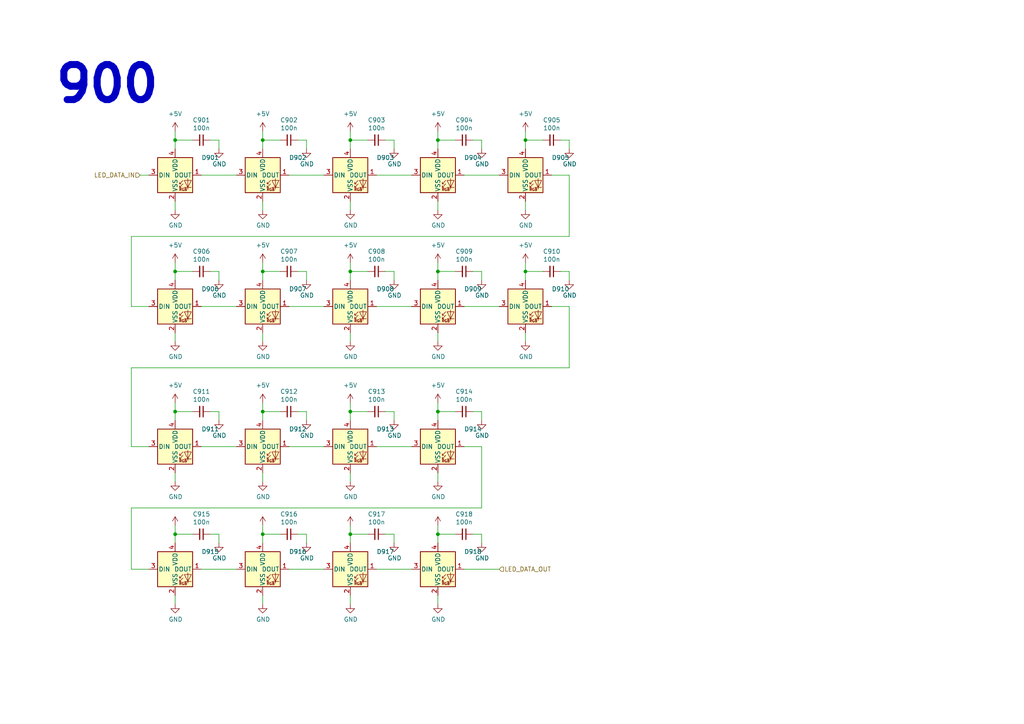
<source format=kicad_sch>
(kicad_sch (version 20231120) (generator "eeschema") (generator_version "8.0")
  (paper "A4")
  (lib_symbols
    (symbol "power:+5V" (power) (pin_names (offset 0))
      (property "Value" "+5V" (at 0 3.556 0))
      (symbol "+5V_0_1"
        (polyline (pts (xy -0.762 1.27) (xy 0 2.54)))
        (polyline (pts (xy 0 0) (xy 0 2.54)))
        (polyline (pts (xy 0 2.54) (xy 0.762 1.27)))
      )
      (symbol "+5V_1_1"
        (pin power_in line (at 0 0 90) (length 0) hide (name "+5V") (number "1"))
      )
    )
    (symbol "power:GND" (power) (pin_names (offset 0))
      (property "Value" "GND" (at 0 -3.81 0))
      (symbol "GND_0_1"
        (polyline (pts (xy 0 0) (xy 0 -1.27) (xy 1.27 -1.27) (xy 0 -2.54) (xy -1.27 -1.27) (xy 0 -1.27)))
      )
      (symbol "GND_1_1"
        (pin power_in line (at 0 0 270) (length 0) hide (name "GND") (number "1"))
      )
    )
    (symbol "suku_basics:CAP" (pin_numbers hide) (pin_names (offset 0.254) hide)
      (property "Reference" "C" (at 0.254 1.778 0))
      (symbol "CAP_0_1"
        (polyline (pts (xy -1.524 -0.508) (xy 1.524 -0.508)) (stroke (width 0.3302)))
        (polyline (pts (xy -1.524 0.508) (xy 1.524 0.508)) (stroke (width 0.3048)))
      )
      (symbol "CAP_1_1"
        (pin passive line (at 0 2.54 270) (length 2.032) (name "~") (number "1"))
        (pin passive line (at 0 -2.54 90) (length 2.032) (name "~") (number "2"))
      )
    )
    (symbol "suku_basics:UI_WS2812C-2020" (pin_names (offset 0.254))
      (property "Reference" "D" (at 5.08 5.715 0))
      (property "Value" "UI_WS2812C-2020" (at 1.27 -5.715 0))
      (symbol "UI_WS2812C-2020_0_0"
        (text "RGB" (at 2.286 -4.191 0) (effects (font (size 0.762 0.762))))
      )
      (symbol "UI_WS2812C-2020_0_1"
        (polyline (pts (xy 1.27 -3.556) (xy 1.778 -3.556)))
        (polyline (pts (xy 1.27 -2.54) (xy 1.778 -2.54)))
        (polyline (pts (xy 4.699 -3.556) (xy 2.667 -3.556)))
        (polyline (pts (xy 2.286 -2.54) (xy 1.27 -3.556) (xy 1.27 -3.048)))
        (polyline (pts (xy 2.286 -1.524) (xy 1.27 -2.54) (xy 1.27 -2.032)))
        (polyline (pts (xy 3.683 -1.016) (xy 3.683 -3.556) (xy 3.683 -4.064)))
        (polyline (pts (xy 4.699 -1.524) (xy 2.667 -1.524) (xy 3.683 -3.556) (xy 4.699 -1.524)))
        (rectangle (start 5.08 5.08) (end -5.08 -5.08) (stroke (width 0.254)) (fill (type background)))
      )
      (symbol "UI_WS2812C-2020_1_1"
        (pin output line (at 7.62 0 180) (length 2.54) (name "DOUT") (number "1"))
        (pin power_in line (at 0 -7.62 90) (length 2.54) (name "VSS") (number "2"))
        (pin input line (at -7.62 0 0) (length 2.54) (name "DIN") (number "3"))
        (pin power_in line (at 0 7.62 270) (length 2.54) (name "VDD") (number "4"))
      )
    )
  )
  (junction (at 101.6 154.94))
  (junction (at 76.2 154.94))
  (junction (at 50.8 119.38))
  (junction (at 101.6 40.64))
  (junction (at 76.2 78.74))
  (junction (at 101.6 78.74))
  (junction (at 101.6 119.38))
  (junction (at 127 154.94))
  (junction (at 127 78.74))
  (junction (at 127 119.38))
  (junction (at 50.8 40.64))
  (junction (at 152.4 40.64))
  (junction (at 127 40.64))
  (junction (at 152.4 78.74))
  (junction (at 50.8 78.74))
  (junction (at 76.2 40.64))
  (junction (at 76.2 119.38))
  (junction (at 50.8 154.94))
  (wire (pts (xy 139.7 147.32) (xy 38.1 147.32)))
  (wire (pts (xy 88.9 40.64) (xy 86.36 40.64)))
  (wire (pts (xy 127 60.96) (xy 127 58.42)))
  (wire (pts (xy 127 81.28) (xy 127 78.74)))
  (wire (pts (xy 139.7 129.54) (xy 139.7 147.32)))
  (wire (pts (xy 114.3 78.74) (xy 111.76 78.74)))
  (wire (pts (xy 63.5 78.74) (xy 60.96 78.74)))
  (wire (pts (xy 63.5 81.28) (xy 63.5 78.74)))
  (wire (pts (xy 76.2 157.48) (xy 76.2 154.94)))
  (wire (pts (xy 38.1 129.54) (xy 43.18 129.54)))
  (wire (pts (xy 114.3 157.48) (xy 114.3 154.94)))
  (wire (pts (xy 127 121.92) (xy 127 119.38)))
  (wire (pts (xy 88.9 43.18) (xy 88.9 40.64)))
  (wire (pts (xy 88.9 154.94) (xy 86.36 154.94)))
  (wire (pts (xy 127 139.7) (xy 127 137.16)))
  (wire (pts (xy 165.1 81.28) (xy 165.1 78.74)))
  (wire (pts (xy 88.9 119.38) (xy 86.36 119.38)))
  (wire (pts (xy 38.1 68.58) (xy 38.1 88.9)))
  (wire (pts (xy 58.42 129.54) (xy 68.58 129.54)))
  (wire (pts (xy 81.28 154.94) (xy 76.2 154.94)))
  (wire (pts (xy 63.5 119.38) (xy 60.96 119.38)))
  (wire (pts (xy 38.1 165.1) (xy 43.18 165.1)))
  (wire (pts (xy 132.08 40.64) (xy 127 40.64)))
  (wire (pts (xy 38.1 106.68) (xy 38.1 129.54)))
  (wire (pts (xy 114.3 119.38) (xy 111.76 119.38)))
  (wire (pts (xy 165.1 40.64) (xy 162.56 40.64)))
  (wire (pts (xy 38.1 147.32) (xy 38.1 165.1)))
  (wire (pts (xy 114.3 154.94) (xy 111.76 154.94)))
  (wire (pts (xy 165.1 78.74) (xy 162.56 78.74)))
  (wire (pts (xy 127 78.74) (xy 127 76.2)))
  (wire (pts (xy 58.42 165.1) (xy 68.58 165.1)))
  (wire (pts (xy 50.8 40.64) (xy 50.8 38.1)))
  (wire (pts (xy 101.6 40.64) (xy 101.6 38.1)))
  (wire (pts (xy 101.6 175.26) (xy 101.6 172.72)))
  (wire (pts (xy 76.2 76.2) (xy 76.2 78.74)))
  (wire (pts (xy 88.9 121.92) (xy 88.9 119.38)))
  (wire (pts (xy 152.4 99.06) (xy 152.4 96.52)))
  (wire (pts (xy 109.22 129.54) (xy 119.38 129.54)))
  (wire (pts (xy 132.08 154.94) (xy 127 154.94)))
  (wire (pts (xy 50.8 81.28) (xy 50.8 78.74)))
  (wire (pts (xy 134.62 50.8) (xy 144.78 50.8)))
  (wire (pts (xy 83.82 165.1) (xy 93.98 165.1)))
  (wire (pts (xy 50.8 40.64) (xy 55.88 40.64)))
  (wire (pts (xy 101.6 139.7) (xy 101.6 137.16)))
  (wire (pts (xy 63.5 154.94) (xy 60.96 154.94)))
  (wire (pts (xy 50.8 157.48) (xy 50.8 154.94)))
  (wire (pts (xy 134.62 165.1) (xy 144.78 165.1)))
  (wire (pts (xy 127 43.18) (xy 127 40.64)))
  (wire (pts (xy 50.8 175.26) (xy 50.8 172.72)))
  (wire (pts (xy 76.2 121.92) (xy 76.2 119.38)))
  (wire (pts (xy 132.08 78.74) (xy 127 78.74)))
  (wire (pts (xy 38.1 88.9) (xy 43.18 88.9)))
  (wire (pts (xy 152.4 60.96) (xy 152.4 58.42)))
  (wire (pts (xy 88.9 157.48) (xy 88.9 154.94)))
  (wire (pts (xy 81.28 119.38) (xy 76.2 119.38)))
  (wire (pts (xy 76.2 99.06) (xy 76.2 96.52)))
  (wire (pts (xy 101.6 121.92) (xy 101.6 119.38)))
  (wire (pts (xy 101.6 99.06) (xy 101.6 96.52)))
  (wire (pts (xy 106.68 119.38) (xy 101.6 119.38)))
  (wire (pts (xy 101.6 60.96) (xy 101.6 58.42)))
  (wire (pts (xy 139.7 40.64) (xy 137.16 40.64)))
  (wire (pts (xy 50.8 154.94) (xy 50.8 152.4)))
  (wire (pts (xy 127 175.26) (xy 127 172.72)))
  (wire (pts (xy 83.82 129.54) (xy 93.98 129.54)))
  (wire (pts (xy 76.2 154.94) (xy 76.2 152.4)))
  (wire (pts (xy 50.8 119.38) (xy 50.8 116.84)))
  (wire (pts (xy 139.7 119.38) (xy 137.16 119.38)))
  (wire (pts (xy 50.8 119.38) (xy 55.88 119.38)))
  (wire (pts (xy 58.42 88.9) (xy 68.58 88.9)))
  (wire (pts (xy 40.64 50.8) (xy 43.18 50.8)))
  (wire (pts (xy 134.62 129.54) (xy 139.7 129.54)))
  (wire (pts (xy 76.2 60.96) (xy 76.2 58.42)))
  (wire (pts (xy 152.4 81.28) (xy 152.4 78.74)))
  (wire (pts (xy 81.28 78.74) (xy 76.2 78.74)))
  (wire (pts (xy 165.1 68.58) (xy 165.1 50.8)))
  (wire (pts (xy 50.8 60.96) (xy 50.8 58.42)))
  (wire (pts (xy 152.4 40.64) (xy 152.4 38.1)))
  (wire (pts (xy 160.02 88.9) (xy 165.1 88.9)))
  (wire (pts (xy 76.2 139.7) (xy 76.2 137.16)))
  (wire (pts (xy 50.8 78.74) (xy 55.88 78.74)))
  (wire (pts (xy 81.28 40.64) (xy 76.2 40.64)))
  (wire (pts (xy 106.68 78.74) (xy 101.6 78.74)))
  (wire (pts (xy 134.62 88.9) (xy 144.78 88.9)))
  (wire (pts (xy 114.3 81.28) (xy 114.3 78.74)))
  (wire (pts (xy 114.3 43.18) (xy 114.3 40.64)))
  (wire (pts (xy 101.6 119.38) (xy 101.6 116.84)))
  (wire (pts (xy 127 40.64) (xy 127 38.1)))
  (wire (pts (xy 83.82 88.9) (xy 93.98 88.9)))
  (wire (pts (xy 101.6 81.28) (xy 101.6 78.74)))
  (wire (pts (xy 152.4 78.74) (xy 152.4 76.2)))
  (wire (pts (xy 160.02 50.8) (xy 165.1 50.8)))
  (wire (pts (xy 157.48 40.64) (xy 152.4 40.64)))
  (wire (pts (xy 88.9 81.28) (xy 88.9 78.74)))
  (wire (pts (xy 63.5 157.48) (xy 63.5 154.94)))
  (wire (pts (xy 76.2 43.18) (xy 76.2 40.64)))
  (wire (pts (xy 127 99.06) (xy 127 96.52)))
  (wire (pts (xy 50.8 139.7) (xy 50.8 137.16)))
  (wire (pts (xy 127 119.38) (xy 127 116.84)))
  (wire (pts (xy 139.7 121.92) (xy 139.7 119.38)))
  (wire (pts (xy 76.2 116.84) (xy 76.2 119.38)))
  (wire (pts (xy 38.1 68.58) (xy 165.1 68.58)))
  (wire (pts (xy 139.7 154.94) (xy 137.16 154.94)))
  (wire (pts (xy 152.4 43.18) (xy 152.4 40.64)))
  (wire (pts (xy 139.7 157.48) (xy 139.7 154.94)))
  (wire (pts (xy 101.6 78.74) (xy 101.6 76.2)))
  (wire (pts (xy 58.42 50.8) (xy 68.58 50.8)))
  (wire (pts (xy 127 154.94) (xy 127 152.4)))
  (wire (pts (xy 50.8 43.18) (xy 50.8 40.64)))
  (wire (pts (xy 50.8 121.92) (xy 50.8 119.38)))
  (wire (pts (xy 101.6 154.94) (xy 101.6 152.4)))
  (wire (pts (xy 109.22 50.8) (xy 119.38 50.8)))
  (wire (pts (xy 165.1 106.68) (xy 165.1 88.9)))
  (wire (pts (xy 114.3 121.92) (xy 114.3 119.38)))
  (wire (pts (xy 139.7 78.74) (xy 137.16 78.74)))
  (wire (pts (xy 83.82 50.8) (xy 93.98 50.8)))
  (wire (pts (xy 63.5 40.64) (xy 60.96 40.64)))
  (wire (pts (xy 157.48 78.74) (xy 152.4 78.74)))
  (wire (pts (xy 38.1 106.68) (xy 165.1 106.68)))
  (wire (pts (xy 63.5 121.92) (xy 63.5 119.38)))
  (wire (pts (xy 106.68 40.64) (xy 101.6 40.64)))
  (wire (pts (xy 63.5 43.18) (xy 63.5 40.64)))
  (wire (pts (xy 76.2 175.26) (xy 76.2 172.72)))
  (wire (pts (xy 139.7 43.18) (xy 139.7 40.64)))
  (wire (pts (xy 114.3 40.64) (xy 111.76 40.64)))
  (wire (pts (xy 132.08 119.38) (xy 127 119.38)))
  (wire (pts (xy 76.2 81.28) (xy 76.2 78.74)))
  (wire (pts (xy 109.22 165.1) (xy 119.38 165.1)))
  (wire (pts (xy 50.8 78.74) (xy 50.8 76.2)))
  (wire (pts (xy 101.6 43.18) (xy 101.6 40.64)))
  (wire (pts (xy 106.68 154.94) (xy 101.6 154.94)))
  (wire (pts (xy 109.22 88.9) (xy 119.38 88.9)))
  (wire (pts (xy 50.8 99.06) (xy 50.8 96.52)))
  (wire (pts (xy 101.6 157.48) (xy 101.6 154.94)))
  (wire (pts (xy 139.7 81.28) (xy 139.7 78.74)))
  (wire (pts (xy 88.9 78.74) (xy 86.36 78.74)))
  (wire (pts (xy 165.1 43.18) (xy 165.1 40.64)))
  (wire (pts (xy 76.2 40.64) (xy 76.2 38.1)))
  (wire (pts (xy 50.8 154.94) (xy 55.88 154.94)))
  (wire (pts (xy 127 157.48) (xy 127 154.94)))
  (text "900" (at 15.24 30.48 0) (effects (font (size 10.16 10.16) (thickness 2.032) (bold yes)) (justify left bottom)))
  (hierarchical_label "LED_DATA_IN" (shape input) (at 40.64 50.8 180))
  (hierarchical_label "LED_DATA_OUT" (shape input) (at 144.78 165.1 0))
  (symbol (lib_id "suku_basics:UI_WS2812C-2020") (at 50.8 88.9 0) (unit 1)
    (property "Reference" "D906" (at 58.42 83.82 0) (effects (justify left)))
    (property "Value" "WS2812C-2020" (effects (hide yes)))
    (property "Footprint" "suku_basics:UI_WS2812C-2020" (effects (hide yes)))
  )
  (symbol (lib_id "power:GND") (at 50.8 99.06 0) (unit 1)
    (property "Reference" "#PWR0926" (effects (hide yes)))
    (property "Value" "GND" (at 50.927 103.4542 0))
  )
  (symbol (lib_id "suku_basics:UI_WS2812C-2020") (at 76.2 88.9 0) (unit 1)
    (property "Reference" "D907" (at 83.82 83.82 0) (effects (justify left)))
    (property "Value" "WS2812C-2020" (effects (hide yes)))
    (property "Footprint" "suku_basics:UI_WS2812C-2020" (effects (hide yes)))
  )
  (symbol (lib_id "power:GND") (at 76.2 99.06 0) (unit 1)
    (property "Reference" "#PWR0927" (effects (hide yes)))
    (property "Value" "GND" (at 76.327 103.4542 0))
  )
  (symbol (lib_id "suku_basics:UI_WS2812C-2020") (at 101.6 88.9 0) (unit 1)
    (property "Reference" "D908" (at 109.22 83.82 0) (effects (justify left)))
    (property "Value" "WS2812C-2020" (effects (hide yes)))
    (property "Footprint" "suku_basics:UI_WS2812C-2020" (effects (hide yes)))
  )
  (symbol (lib_id "power:GND") (at 101.6 99.06 0) (unit 1)
    (property "Reference" "#PWR0928" (effects (hide yes)))
    (property "Value" "GND" (at 101.727 103.4542 0))
  )
  (symbol (lib_id "suku_basics:UI_WS2812C-2020") (at 127 88.9 0) (unit 1)
    (property "Reference" "D909" (at 134.62 83.82 0) (effects (justify left)))
    (property "Value" "WS2812C-2020" (effects (hide yes)))
    (property "Footprint" "suku_basics:UI_WS2812C-2020" (effects (hide yes)))
  )
  (symbol (lib_id "power:GND") (at 127 99.06 0) (unit 1)
    (property "Reference" "#PWR0929" (effects (hide yes)))
    (property "Value" "GND" (at 127.127 103.4542 0))
  )
  (symbol (lib_id "suku_basics:CAP") (at 58.42 78.74 270) (unit 1)
    (property "Reference" "C906" (at 58.42 72.9234 90))
    (property "Value" "100n" (at 58.42 75.2348 90))
    (property "Footprint" "suku_basics:CAP_0402" (effects (hide yes)))
  )
  (symbol (lib_id "power:GND") (at 63.5 81.28 0) (unit 1)
    (property "Reference" "#PWR0921" (effects (hide yes)))
    (property "Value" "GND" (at 63.627 85.6742 0))
  )
  (symbol (lib_id "suku_basics:CAP") (at 83.82 78.74 270) (unit 1)
    (property "Reference" "C907" (at 83.82 72.9234 90))
    (property "Value" "100n" (at 83.82 75.2348 90))
    (property "Footprint" "suku_basics:CAP_0402" (effects (hide yes)))
  )
  (symbol (lib_id "power:GND") (at 88.9 81.28 0) (unit 1)
    (property "Reference" "#PWR0922" (effects (hide yes)))
    (property "Value" "GND" (at 89.027 85.6742 0))
  )
  (symbol (lib_id "suku_basics:CAP") (at 109.22 78.74 270) (unit 1)
    (property "Reference" "C908" (at 109.22 72.9234 90))
    (property "Value" "100n" (at 109.22 75.2348 90))
    (property "Footprint" "suku_basics:CAP_0402" (effects (hide yes)))
  )
  (symbol (lib_id "power:GND") (at 114.3 81.28 0) (unit 1)
    (property "Reference" "#PWR0923" (effects (hide yes)))
    (property "Value" "GND" (at 114.427 85.6742 0))
  )
  (symbol (lib_id "suku_basics:CAP") (at 134.62 78.74 270) (unit 1)
    (property "Reference" "C909" (at 134.62 72.9234 90))
    (property "Value" "100n" (at 134.62 75.2348 90))
    (property "Footprint" "suku_basics:CAP_0402" (effects (hide yes)))
  )
  (symbol (lib_id "power:GND") (at 139.7 81.28 0) (unit 1)
    (property "Reference" "#PWR0924" (effects (hide yes)))
    (property "Value" "GND" (at 139.827 85.6742 0))
  )
  (symbol (lib_id "suku_basics:UI_WS2812C-2020") (at 50.8 165.1 0) (unit 1)
    (property "Reference" "D915" (at 58.42 160.02 0) (effects (justify left)))
    (property "Value" "WS2812C-2020" (effects (hide yes)))
    (property "Footprint" "suku_basics:UI_WS2812C-2020" (effects (hide yes)))
  )
  (symbol (lib_id "power:GND") (at 50.8 175.26 0) (unit 1)
    (property "Reference" "#PWR0951" (effects (hide yes)))
    (property "Value" "GND" (at 50.927 179.6542 0))
  )
  (symbol (lib_id "suku_basics:UI_WS2812C-2020") (at 76.2 165.1 0) (unit 1)
    (property "Reference" "D916" (at 83.82 160.02 0) (effects (justify left)))
    (property "Value" "WS2812C-2020" (effects (hide yes)))
    (property "Footprint" "suku_basics:UI_WS2812C-2020" (effects (hide yes)))
  )
  (symbol (lib_id "power:GND") (at 76.2 175.26 0) (unit 1)
    (property "Reference" "#PWR0952" (effects (hide yes)))
    (property "Value" "GND" (at 76.327 179.6542 0))
  )
  (symbol (lib_id "suku_basics:UI_WS2812C-2020") (at 101.6 165.1 0) (unit 1)
    (property "Reference" "D917" (at 109.22 160.02 0) (effects (justify left)))
    (property "Value" "WS2812C-2020" (effects (hide yes)))
    (property "Footprint" "suku_basics:UI_WS2812C-2020" (effects (hide yes)))
  )
  (symbol (lib_id "power:GND") (at 101.6 175.26 0) (unit 1)
    (property "Reference" "#PWR0953" (effects (hide yes)))
    (property "Value" "GND" (at 101.727 179.6542 0))
  )
  (symbol (lib_id "suku_basics:UI_WS2812C-2020") (at 127 165.1 0) (unit 1)
    (property "Reference" "D918" (at 134.62 160.02 0) (effects (justify left)))
    (property "Value" "WS2812C-2020" (effects (hide yes)))
    (property "Footprint" "suku_basics:UI_WS2812C-2020" (effects (hide yes)))
  )
  (symbol (lib_id "power:GND") (at 127 175.26 0) (unit 1)
    (property "Reference" "#PWR0954" (effects (hide yes)))
    (property "Value" "GND" (at 127.127 179.6542 0))
  )
  (symbol (lib_id "suku_basics:CAP") (at 58.42 154.94 270) (unit 1)
    (property "Reference" "C915" (at 58.42 149.1234 90))
    (property "Value" "100n" (at 58.42 151.4348 90))
    (property "Footprint" "suku_basics:CAP_0402" (effects (hide yes)))
  )
  (symbol (lib_id "power:GND") (at 63.5 157.48 0) (unit 1)
    (property "Reference" "#PWR0947" (effects (hide yes)))
    (property "Value" "GND" (at 63.627 161.8742 0))
  )
  (symbol (lib_id "suku_basics:CAP") (at 83.82 154.94 270) (unit 1)
    (property "Reference" "C916" (at 83.82 149.1234 90))
    (property "Value" "100n" (at 83.82 151.4348 90))
    (property "Footprint" "suku_basics:CAP_0402" (effects (hide yes)))
  )
  (symbol (lib_id "power:GND") (at 88.9 157.48 0) (unit 1)
    (property "Reference" "#PWR0948" (effects (hide yes)))
    (property "Value" "GND" (at 89.027 161.8742 0))
  )
  (symbol (lib_id "suku_basics:CAP") (at 109.22 154.94 270) (unit 1)
    (property "Reference" "C917" (at 109.22 149.1234 90))
    (property "Value" "100n" (at 109.22 151.4348 90))
    (property "Footprint" "suku_basics:CAP_0402" (effects (hide yes)))
  )
  (symbol (lib_id "power:GND") (at 114.3 157.48 0) (unit 1)
    (property "Reference" "#PWR0949" (effects (hide yes)))
    (property "Value" "GND" (at 114.427 161.8742 0))
  )
  (symbol (lib_id "suku_basics:CAP") (at 134.62 154.94 270) (unit 1)
    (property "Reference" "C918" (at 134.62 149.1234 90))
    (property "Value" "100n" (at 134.62 151.4348 90))
    (property "Footprint" "suku_basics:CAP_0402" (effects (hide yes)))
  )
  (symbol (lib_id "power:GND") (at 139.7 157.48 0) (unit 1)
    (property "Reference" "#PWR0950" (effects (hide yes)))
    (property "Value" "GND" (at 139.827 161.8742 0))
  )
  (symbol (lib_id "suku_basics:UI_WS2812C-2020") (at 76.2 129.54 0) (unit 1)
    (property "Reference" "D912" (at 83.82 124.46 0) (effects (justify left)))
    (property "Value" "WS2812C-2020" (effects (hide yes)))
    (property "Footprint" "suku_basics:UI_WS2812C-2020" (effects (hide yes)))
  )
  (symbol (lib_id "suku_basics:UI_WS2812C-2020") (at 152.4 88.9 0) (unit 1)
    (property "Reference" "D910" (at 160.02 83.82 0) (effects (justify left)))
    (property "Value" "WS2812C-2020" (effects (hide yes)))
    (property "Footprint" "suku_basics:UI_WS2812C-2020" (effects (hide yes)))
  )
  (symbol (lib_id "power:+5V") (at 127 38.1 0) (unit 1)
    (property "Reference" "#PWR0904" (effects (hide yes)))
    (property "Value" "+5V" (at 127 33.02 0))
  )
  (symbol (lib_id "power:GND") (at 152.4 60.96 0) (unit 1)
    (property "Reference" "#PWR0915" (effects (hide yes)))
    (property "Value" "GND" (at 152.527 65.3542 0))
  )
  (symbol (lib_id "power:GND") (at 76.2 60.96 0) (unit 1)
    (property "Reference" "#PWR0912" (effects (hide yes)))
    (property "Value" "GND" (at 76.327 65.3542 0))
  )
  (symbol (lib_id "power:GND") (at 139.7 43.18 0) (unit 1)
    (property "Reference" "#PWR0909" (effects (hide yes)))
    (property "Value" "GND" (at 139.827 47.5742 0))
  )
  (symbol (lib_id "power:GND") (at 50.8 60.96 0) (unit 1)
    (property "Reference" "#PWR0911" (effects (hide yes)))
    (property "Value" "GND" (at 50.927 65.3542 0))
  )
  (symbol (lib_id "power:GND") (at 127 60.96 0) (unit 1)
    (property "Reference" "#PWR0914" (effects (hide yes)))
    (property "Value" "GND" (at 127.127 65.3542 0))
  )
  (symbol (lib_id "power:+5V") (at 127 152.4 0) (unit 1)
    (property "Reference" "#PWR0946" (effects (hide yes)))
    (property "Value" "+5V" (effects (hide yes)))
  )
  (symbol (lib_id "suku_basics:CAP") (at 160.02 40.64 270) (unit 1)
    (property "Reference" "C905" (at 160.02 34.8234 90))
    (property "Value" "100n" (at 160.02 37.1348 90))
    (property "Footprint" "suku_basics:CAP_0402" (effects (hide yes)))
  )
  (symbol (lib_id "suku_basics:UI_WS2812C-2020") (at 50.8 50.8 0) (unit 1)
    (property "Reference" "D901" (at 58.42 45.72 0) (effects (justify left)))
    (property "Value" "WS2812C-2020" (effects (hide yes)))
    (property "Footprint" "suku_basics:UI_WS2812C-2020" (effects (hide yes)))
  )
  (symbol (lib_id "power:+5V") (at 101.6 152.4 0) (unit 1)
    (property "Reference" "#PWR0945" (effects (hide yes)))
    (property "Value" "+5V" (effects (hide yes)))
  )
  (symbol (lib_id "power:GND") (at 152.4 99.06 0) (unit 1)
    (property "Reference" "#PWR0930" (effects (hide yes)))
    (property "Value" "GND" (at 152.527 103.4542 0))
  )
  (symbol (lib_id "suku_basics:UI_WS2812C-2020") (at 127 50.8 0) (unit 1)
    (property "Reference" "D904" (at 134.62 45.72 0) (effects (justify left)))
    (property "Value" "WS2812C-2020" (effects (hide yes)))
    (property "Footprint" "suku_basics:UI_WS2812C-2020" (effects (hide yes)))
  )
  (symbol (lib_id "power:+5V") (at 152.4 38.1 0) (unit 1)
    (property "Reference" "#PWR0905" (effects (hide yes)))
    (property "Value" "+5V" (at 152.4 33.02 0))
  )
  (symbol (lib_id "power:GND") (at 76.2 139.7 0) (unit 1)
    (property "Reference" "#PWR0940" (effects (hide yes)))
    (property "Value" "GND" (at 76.327 144.0942 0))
  )
  (symbol (lib_id "power:GND") (at 88.9 121.92 0) (unit 1)
    (property "Reference" "#PWR0936" (effects (hide yes)))
    (property "Value" "GND" (at 89.027 126.3142 0))
  )
  (symbol (lib_id "power:GND") (at 165.1 43.18 0) (unit 1)
    (property "Reference" "#PWR0910" (effects (hide yes)))
    (property "Value" "GND" (at 165.227 47.5742 0))
  )
  (symbol (lib_id "power:+5V") (at 76.2 38.1 0) (unit 1)
    (property "Reference" "#PWR0902" (effects (hide yes)))
    (property "Value" "+5V" (at 76.2 33.02 0))
  )
  (symbol (lib_id "suku_basics:CAP") (at 58.42 119.38 270) (unit 1)
    (property "Reference" "C911" (at 58.42 113.5634 90))
    (property "Value" "100n" (at 58.42 115.8748 90))
    (property "Footprint" "suku_basics:CAP_0402" (effects (hide yes)))
  )
  (symbol (lib_id "suku_basics:CAP") (at 83.82 119.38 270) (unit 1)
    (property "Reference" "C912" (at 83.82 113.5634 90))
    (property "Value" "100n" (at 83.82 115.8748 90))
    (property "Footprint" "suku_basics:CAP_0402" (effects (hide yes)))
  )
  (symbol (lib_id "suku_basics:UI_WS2812C-2020") (at 127 129.54 0) (unit 1)
    (property "Reference" "D914" (at 134.62 124.46 0) (effects (justify left)))
    (property "Value" "WS2812C-2020" (effects (hide yes)))
    (property "Footprint" "suku_basics:UI_WS2812C-2020" (effects (hide yes)))
  )
  (symbol (lib_id "suku_basics:CAP") (at 83.82 40.64 270) (unit 1)
    (property "Reference" "C902" (at 83.82 34.8234 90))
    (property "Value" "100n" (at 83.82 37.1348 90))
    (property "Footprint" "suku_basics:CAP_0402" (effects (hide yes)))
  )
  (symbol (lib_id "power:GND") (at 165.1 81.28 0) (unit 1)
    (property "Reference" "#PWR0925" (effects (hide yes)))
    (property "Value" "GND" (at 165.227 85.6742 0))
  )
  (symbol (lib_id "power:+5V") (at 101.6 116.84 0) (unit 1)
    (property "Reference" "#PWR0933" (effects (hide yes)))
    (property "Value" "+5V" (at 101.6 111.76 0))
  )
  (symbol (lib_id "suku_basics:CAP") (at 134.62 40.64 270) (unit 1)
    (property "Reference" "C904" (at 134.62 34.8234 90))
    (property "Value" "100n" (at 134.62 37.1348 90))
    (property "Footprint" "suku_basics:CAP_0402" (effects (hide yes)))
  )
  (symbol (lib_id "power:GND") (at 101.6 60.96 0) (unit 1)
    (property "Reference" "#PWR0913" (effects (hide yes)))
    (property "Value" "GND" (at 101.727 65.3542 0))
  )
  (symbol (lib_id "power:+5V") (at 50.8 152.4 0) (unit 1)
    (property "Reference" "#PWR0943" (effects (hide yes)))
    (property "Value" "+5V" (effects (hide yes)))
  )
  (symbol (lib_id "suku_basics:CAP") (at 58.42 40.64 270) (unit 1)
    (property "Reference" "C901" (at 58.42 34.8234 90))
    (property "Value" "100n" (at 58.42 37.1348 90))
    (property "Footprint" "suku_basics:CAP_0402" (effects (hide yes)))
  )
  (symbol (lib_id "power:+5V") (at 76.2 116.84 0) (unit 1)
    (property "Reference" "#PWR0932" (effects (hide yes)))
    (property "Value" "+5V" (at 76.2 111.76 0))
  )
  (symbol (lib_id "power:+5V") (at 101.6 38.1 0) (unit 1)
    (property "Reference" "#PWR0903" (effects (hide yes)))
    (property "Value" "+5V" (at 101.6 33.02 0))
  )
  (symbol (lib_id "power:+5V") (at 152.4 76.2 0) (unit 1)
    (property "Reference" "#PWR0920" (effects (hide yes)))
    (property "Value" "+5V" (at 152.4 71.12 0))
  )
  (symbol (lib_id "suku_basics:CAP") (at 160.02 78.74 270) (unit 1)
    (property "Reference" "C910" (at 160.02 72.9234 90))
    (property "Value" "100n" (at 160.02 75.2348 90))
    (property "Footprint" "suku_basics:CAP_0402" (effects (hide yes)))
  )
  (symbol (lib_id "power:+5V") (at 127 76.2 0) (unit 1)
    (property "Reference" "#PWR0919" (effects (hide yes)))
    (property "Value" "+5V" (at 127 71.12 0))
  )
  (symbol (lib_id "suku_basics:UI_WS2812C-2020") (at 101.6 129.54 0) (unit 1)
    (property "Reference" "D913" (at 109.22 124.46 0) (effects (justify left)))
    (property "Value" "WS2812C-2020" (effects (hide yes)))
    (property "Footprint" "suku_basics:UI_WS2812C-2020" (effects (hide yes)))
  )
  (symbol (lib_id "suku_basics:UI_WS2812C-2020") (at 101.6 50.8 0) (unit 1)
    (property "Reference" "D903" (at 109.22 45.72 0) (effects (justify left)))
    (property "Value" "WS2812C-2020" (effects (hide yes)))
    (property "Footprint" "suku_basics:UI_WS2812C-2020" (effects (hide yes)))
  )
  (symbol (lib_id "power:+5V") (at 101.6 76.2 0) (unit 1)
    (property "Reference" "#PWR0918" (effects (hide yes)))
    (property "Value" "+5V" (at 101.6 71.12 0))
  )
  (symbol (lib_id "power:GND") (at 63.5 121.92 0) (unit 1)
    (property "Reference" "#PWR0935" (effects (hide yes)))
    (property "Value" "GND" (at 63.627 126.3142 0))
  )
  (symbol (lib_id "power:GND") (at 127 139.7 0) (unit 1)
    (property "Reference" "#PWR0942" (effects (hide yes)))
    (property "Value" "GND" (at 127.127 144.0942 0))
  )
  (symbol (lib_id "power:GND") (at 101.6 139.7 0) (unit 1)
    (property "Reference" "#PWR0941" (effects (hide yes)))
    (property "Value" "GND" (at 101.727 144.0942 0))
  )
  (symbol (lib_id "power:GND") (at 114.3 43.18 0) (unit 1)
    (property "Reference" "#PWR0908" (effects (hide yes)))
    (property "Value" "GND" (at 114.427 47.5742 0))
  )
  (symbol (lib_id "power:GND") (at 50.8 139.7 0) (unit 1)
    (property "Reference" "#PWR0939" (effects (hide yes)))
    (property "Value" "GND" (at 50.927 144.0942 0))
  )
  (symbol (lib_id "power:+5V") (at 50.8 76.2 0) (unit 1)
    (property "Reference" "#PWR0916" (effects (hide yes)))
    (property "Value" "+5V" (at 50.8 71.12 0))
  )
  (symbol (lib_id "power:+5V") (at 50.8 116.84 0) (unit 1)
    (property "Reference" "#PWR0931" (effects (hide yes)))
    (property "Value" "+5V" (at 50.8 111.76 0))
  )
  (symbol (lib_id "power:GND") (at 139.7 121.92 0) (unit 1)
    (property "Reference" "#PWR0938" (effects (hide yes)))
    (property "Value" "GND" (at 139.827 126.3142 0))
  )
  (symbol (lib_id "power:GND") (at 114.3 121.92 0) (unit 1)
    (property "Reference" "#PWR0937" (effects (hide yes)))
    (property "Value" "GND" (at 114.427 126.3142 0))
  )
  (symbol (lib_id "suku_basics:CAP") (at 134.62 119.38 270) (unit 1)
    (property "Reference" "C914" (at 134.62 113.5634 90))
    (property "Value" "100n" (at 134.62 115.8748 90))
    (property "Footprint" "suku_basics:CAP_0402" (effects (hide yes)))
  )
  (symbol (lib_id "power:GND") (at 63.5 43.18 0) (unit 1)
    (property "Reference" "#PWR0906" (effects (hide yes)))
    (property "Value" "GND" (at 63.627 47.5742 0))
  )
  (symbol (lib_id "power:+5V") (at 127 116.84 0) (unit 1)
    (property "Reference" "#PWR0934" (effects (hide yes)))
    (property "Value" "+5V" (at 127 111.76 0))
  )
  (symbol (lib_id "power:+5V") (at 76.2 152.4 0) (unit 1)
    (property "Reference" "#PWR0944" (effects (hide yes)))
    (property "Value" "+5V" (effects (hide yes)))
  )
  (symbol (lib_id "suku_basics:CAP") (at 109.22 40.64 270) (unit 1)
    (property "Reference" "C903" (at 109.22 34.8234 90))
    (property "Value" "100n" (at 109.22 37.1348 90))
    (property "Footprint" "suku_basics:CAP_0402" (effects (hide yes)))
  )
  (symbol (lib_id "suku_basics:UI_WS2812C-2020") (at 76.2 50.8 0) (unit 1)
    (property "Reference" "D902" (at 83.82 45.72 0) (effects (justify left)))
    (property "Value" "WS2812C-2020" (effects (hide yes)))
    (property "Footprint" "suku_basics:UI_WS2812C-2020" (effects (hide yes)))
  )
  (symbol (lib_id "power:+5V") (at 76.2 76.2 0) (unit 1)
    (property "Reference" "#PWR0917" (effects (hide yes)))
    (property "Value" "+5V" (at 76.2 71.12 0))
  )
  (symbol (lib_id "power:GND") (at 88.9 43.18 0) (unit 1)
    (property "Reference" "#PWR0907" (effects (hide yes)))
    (property "Value" "GND" (at 89.027 47.5742 0))
  )
  (symbol (lib_id "suku_basics:UI_WS2812C-2020") (at 152.4 50.8 0) (unit 1)
    (property "Reference" "D905" (at 160.02 45.72 0) (effects (justify left)))
    (property "Value" "WS2812C-2020" (effects (hide yes)))
    (property "Footprint" "suku_basics:UI_WS2812C-2020" (effects (hide yes)))
  )
  (symbol (lib_id "power:+5V") (at 50.8 38.1 0) (unit 1)
    (property "Reference" "#PWR0901" (effects (hide yes)))
    (property "Value" "+5V" (at 50.8 33.02 0))
  )
  (symbol (lib_id "suku_basics:UI_WS2812C-2020") (at 50.8 129.54 0) (unit 1)
    (property "Reference" "D911" (at 58.42 124.46 0) (effects (justify left)))
    (property "Value" "WS2812C-2020" (effects (hide yes)))
    (property "Footprint" "suku_basics:UI_WS2812C-2020" (effects (hide yes)))
  )
  (symbol (lib_id "suku_basics:CAP") (at 109.22 119.38 270) (unit 1)
    (property "Reference" "C913" (at 109.22 113.5634 90))
    (property "Value" "100n" (at 109.22 115.8748 90))
    (property "Footprint" "suku_basics:CAP_0402" (effects (hide yes)))
  )
)
</source>
